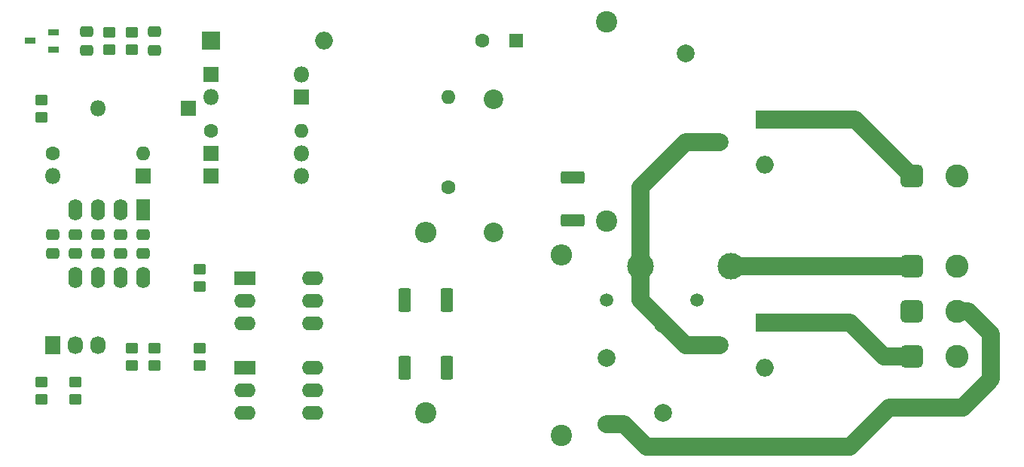
<source format=gbr>
%TF.GenerationSoftware,KiCad,Pcbnew,(6.0.6)*%
%TF.CreationDate,2022-08-31T19:42:32-05:00*%
%TF.ProjectId,Lavadora,4c617661-646f-4726-912e-6b696361645f,rev?*%
%TF.SameCoordinates,Original*%
%TF.FileFunction,Soldermask,Bot*%
%TF.FilePolarity,Negative*%
%FSLAX46Y46*%
G04 Gerber Fmt 4.6, Leading zero omitted, Abs format (unit mm)*
G04 Created by KiCad (PCBNEW (6.0.6)) date 2022-08-31 19:42:32*
%MOMM*%
%LPD*%
G01*
G04 APERTURE LIST*
G04 Aperture macros list*
%AMRoundRect*
0 Rectangle with rounded corners*
0 $1 Rounding radius*
0 $2 $3 $4 $5 $6 $7 $8 $9 X,Y pos of 4 corners*
0 Add a 4 corners polygon primitive as box body*
4,1,4,$2,$3,$4,$5,$6,$7,$8,$9,$2,$3,0*
0 Add four circle primitives for the rounded corners*
1,1,$1+$1,$2,$3*
1,1,$1+$1,$4,$5*
1,1,$1+$1,$6,$7*
1,1,$1+$1,$8,$9*
0 Add four rect primitives between the rounded corners*
20,1,$1+$1,$2,$3,$4,$5,0*
20,1,$1+$1,$4,$5,$6,$7,0*
20,1,$1+$1,$6,$7,$8,$9,0*
20,1,$1+$1,$8,$9,$2,$3,0*%
G04 Aperture macros list end*
%ADD10C,2.000000*%
%ADD11RoundRect,0.249999X-1.075001X0.450001X-1.075001X-0.450001X1.075001X-0.450001X1.075001X0.450001X0*%
%ADD12RoundRect,0.249999X0.450001X1.075001X-0.450001X1.075001X-0.450001X-1.075001X0.450001X-1.075001X0*%
%ADD13C,2.600000*%
%ADD14RoundRect,0.650000X-0.650000X-0.650000X0.650000X-0.650000X0.650000X0.650000X-0.650000X0.650000X0*%
%ADD15C,2.000000*%
%ADD16R,2.000000X2.000000*%
%ADD17O,2.000000X2.000000*%
%ADD18C,3.000000*%
%ADD19C,1.500000*%
%ADD20O,1.600000X1.600000*%
%ADD21C,1.600000*%
%ADD22O,2.400000X2.400000*%
%ADD23C,2.400000*%
%ADD24R,1.800000X1.800000*%
%ADD25O,1.800000X1.800000*%
%ADD26R,1.730000X2.030000*%
%ADD27O,1.730000X2.030000*%
%ADD28R,1.600000X1.600000*%
%ADD29R,2.400000X1.600000*%
%ADD30O,2.400000X1.600000*%
%ADD31C,2.200000*%
%ADD32R,1.600000X2.400000*%
%ADD33O,1.600000X2.400000*%
%ADD34RoundRect,0.250000X0.475000X-0.337500X0.475000X0.337500X-0.475000X0.337500X-0.475000X-0.337500X0*%
%ADD35R,1.220000X0.650000*%
%ADD36RoundRect,0.250000X0.450000X-0.350000X0.450000X0.350000X-0.450000X0.350000X-0.450000X-0.350000X0*%
G04 APERTURE END LIST*
D10*
X109220000Y-35560000D02*
X107950000Y-35560000D01*
X111760000Y-38100000D02*
X109220000Y-35560000D01*
X111760000Y-43180000D02*
X111760000Y-38100000D01*
X108585000Y-46355000D02*
X111760000Y-43180000D01*
X100330000Y-46355000D02*
X108585000Y-46355000D01*
X95885000Y-50800000D02*
X100330000Y-46355000D01*
X73025000Y-50800000D02*
X95885000Y-50800000D01*
X70485000Y-48260000D02*
X73025000Y-50800000D01*
X68580000Y-48260000D02*
X70485000Y-48260000D01*
X99695000Y-40640000D02*
X102870000Y-40640000D01*
X95885000Y-36830000D02*
X99695000Y-40640000D01*
X86360000Y-36830000D02*
X95885000Y-36830000D01*
X82550000Y-30480000D02*
X102870000Y-30480000D01*
X96520000Y-13970000D02*
X102870000Y-20320000D01*
X86360000Y-13970000D02*
X96520000Y-13970000D01*
X72390000Y-21590000D02*
X72390000Y-34290000D01*
X77470000Y-39370000D02*
X81280000Y-39370000D01*
X72390000Y-34290000D02*
X77470000Y-39370000D01*
X77470000Y-16510000D02*
X72390000Y-21590000D01*
X81280000Y-16510000D02*
X77470000Y-16510000D01*
D11*
%TO.C,R04*%
X64770000Y-25260000D03*
X64770000Y-20460000D03*
%TD*%
D12*
%TO.C,R13*%
X50660000Y-41910000D03*
X45860000Y-41910000D03*
%TD*%
%TO.C,R08*%
X45860000Y-34290000D03*
X50660000Y-34290000D03*
%TD*%
D13*
%TO.C,P4*%
X107950000Y-40640000D03*
D14*
X102870000Y-40640000D03*
%TD*%
%TO.C,P3*%
X102870000Y-35560000D03*
D13*
X107950000Y-35560000D03*
%TD*%
%TO.C,P2*%
X107950000Y-30480000D03*
D14*
X102870000Y-30480000D03*
%TD*%
D13*
%TO.C,P1*%
X107950000Y-20320000D03*
D14*
X102870000Y-20320000D03*
%TD*%
D15*
%TO.C,PADSW2*%
X81280000Y-16510000D03*
%TD*%
D16*
%TO.C,SW1*%
X86360000Y-13970000D03*
D17*
X86360000Y-19050000D03*
%TD*%
D18*
%TO.C,E*%
X72390000Y-30480000D03*
%TD*%
%TO.C,D*%
X82550000Y-30480000D03*
%TD*%
D19*
%TO.C,PAD2J1*%
X68580000Y-34290000D03*
%TD*%
%TO.C,PAD1J1*%
X78740000Y-34290000D03*
%TD*%
D15*
%TO.C,PADSW2*%
X81280000Y-39370000D03*
%TD*%
D16*
%TO.C,SW2*%
X86360000Y-36830000D03*
D17*
X86360000Y-41910000D03*
%TD*%
D15*
%TO.C,CRF2*%
X77470000Y-16510000D03*
X77470000Y-6510000D03*
%TD*%
%TO.C,VAR1*%
X68580000Y-40760000D03*
X68580000Y-48260000D03*
%TD*%
%TO.C,CRF3*%
X74930000Y-36990000D03*
X74930000Y-46990000D03*
%TD*%
D20*
%TO.C,R11*%
X16510000Y-17780000D03*
D21*
X6350000Y-17780000D03*
%TD*%
D22*
%TO.C,R01*%
X48260000Y-26670000D03*
D23*
X48260000Y-46990000D03*
%TD*%
D21*
%TO.C,R02*%
X50800000Y-21590000D03*
D20*
X50800000Y-11430000D03*
%TD*%
D24*
%TO.C,D02*%
X24130000Y-20320000D03*
D25*
X34290000Y-20320000D03*
%TD*%
D26*
%TO.C,CN1*%
X6350000Y-39370000D03*
D27*
X8890000Y-39370000D03*
X11430000Y-39370000D03*
%TD*%
D28*
%TO.C,CE1*%
X58420000Y-5080000D03*
D21*
X54620000Y-5080000D03*
%TD*%
D29*
%TO.C,MOC2*%
X27940000Y-41910000D03*
D30*
X27940000Y-44450000D03*
X27940000Y-46990000D03*
X35560000Y-46990000D03*
X35560000Y-44450000D03*
X35560000Y-41910000D03*
%TD*%
D24*
%TO.C,D01*%
X24130000Y-8890000D03*
D25*
X34290000Y-8890000D03*
%TD*%
D29*
%TO.C,MOC1*%
X27924989Y-31765011D03*
D30*
X27924989Y-34305011D03*
X27924989Y-36845011D03*
X35544989Y-36845011D03*
X35544989Y-34305011D03*
X35544989Y-31765011D03*
%TD*%
D24*
%TO.C,D06*%
X16510000Y-20320000D03*
D25*
X6350000Y-20320000D03*
%TD*%
D21*
%TO.C,R06*%
X24130000Y-15240000D03*
D20*
X34290000Y-15240000D03*
%TD*%
D24*
%TO.C,D03*%
X34290000Y-11430000D03*
D25*
X24130000Y-11430000D03*
%TD*%
D24*
%TO.C,D04*%
X24130000Y-17780000D03*
D25*
X34290000Y-17780000D03*
%TD*%
D23*
%TO.C,CRF1*%
X68580000Y-2900000D03*
X68580000Y-25400000D03*
%TD*%
D24*
%TO.C,D05*%
X21590000Y-12700000D03*
D25*
X11430000Y-12700000D03*
%TD*%
D23*
%TO.C,R03*%
X63500000Y-49530000D03*
D22*
X63500000Y-29210000D03*
%TD*%
D17*
%TO.C,DZ1*%
X36830000Y-5080000D03*
D16*
X24130000Y-5080000D03*
%TD*%
D31*
%TO.C,CP1*%
X55880000Y-26670000D03*
X55880000Y-11670000D03*
%TD*%
D32*
%TO.C,U01*%
X16510000Y-24130000D03*
D33*
X13970000Y-24130000D03*
X11430000Y-24130000D03*
X8890000Y-24130000D03*
X8890000Y-31750000D03*
X11430000Y-31750000D03*
X13970000Y-31750000D03*
X16510000Y-31750000D03*
%TD*%
D34*
%TO.C,C02*%
X10160000Y-6117500D03*
X10160000Y-4042500D03*
%TD*%
%TO.C,C03*%
X17780000Y-6117500D03*
X17780000Y-4042500D03*
%TD*%
%TO.C,C07*%
X13970000Y-28977500D03*
X13970000Y-26902500D03*
%TD*%
D35*
%TO.C,Q01*%
X6390000Y-4130000D03*
X6390000Y-6030000D03*
X3770000Y-5080000D03*
%TD*%
D36*
%TO.C,R16*%
X15240000Y-41640000D03*
X15240000Y-39640000D03*
%TD*%
D34*
%TO.C,C01*%
X16510000Y-28977500D03*
X16510000Y-26902500D03*
%TD*%
%TO.C,C04*%
X6350000Y-28977500D03*
X6350000Y-26902500D03*
%TD*%
D36*
%TO.C,R14*%
X17780000Y-41640000D03*
X17780000Y-39640000D03*
%TD*%
%TO.C,R12*%
X22860000Y-41640000D03*
X22860000Y-39640000D03*
%TD*%
%TO.C,R07*%
X5080000Y-11700000D03*
X5080000Y-13700000D03*
%TD*%
D34*
%TO.C,C05*%
X11430000Y-28977500D03*
X11430000Y-26902500D03*
%TD*%
D36*
%TO.C,R09*%
X12700000Y-6080000D03*
X12700000Y-4080000D03*
%TD*%
%TO.C,R15*%
X5080000Y-45450000D03*
X5080000Y-43450000D03*
%TD*%
%TO.C,R10*%
X15240000Y-6080000D03*
X15240000Y-4080000D03*
%TD*%
%TO.C,R17*%
X8890000Y-45450000D03*
X8890000Y-43450000D03*
%TD*%
D34*
%TO.C,C06*%
X8890000Y-28977500D03*
X8890000Y-26902500D03*
%TD*%
D36*
%TO.C,R05*%
X22860000Y-32750000D03*
X22860000Y-30750000D03*
%TD*%
M02*

</source>
